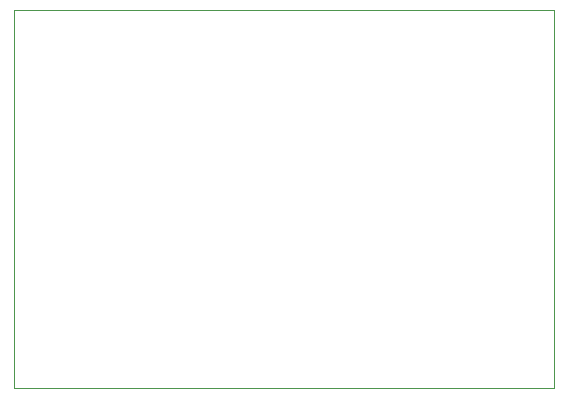
<source format=gbr>
G04 #@! TF.FileFunction,Profile,NP*
%FSLAX46Y46*%
G04 Gerber Fmt 4.6, Leading zero omitted, Abs format (unit mm)*
G04 Created by KiCad (PCBNEW (2015-01-16 BZR 5376)-product) date 25/06/2015 00:16:14*
%MOMM*%
G01*
G04 APERTURE LIST*
%ADD10C,0.150000*%
%ADD11C,0.099060*%
G04 APERTURE END LIST*
D10*
D11*
X129540000Y-74930000D02*
X83820000Y-74930000D01*
X90932000Y-42926000D02*
X129540000Y-42926000D01*
X83820000Y-42926000D02*
X90932000Y-42926000D01*
X83820000Y-42926000D02*
X83820000Y-74930000D01*
X129540000Y-74930000D02*
X129540000Y-42926000D01*
M02*

</source>
